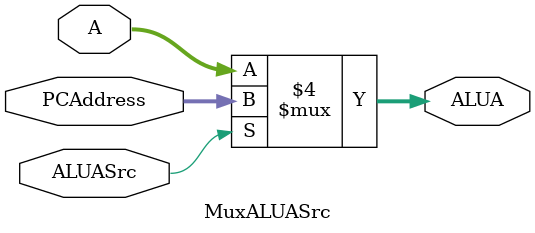
<source format=sv>
module MuxALUASrc(
  input logic ALUASrc,
  input logic [31:0] A,
  input logic [31:0] PCAddress,
  output logic [31:0] ALUA);
  
  always @(*)
    begin
      if (ALUASrc == 0)
        ALUA <= A;
      else
        ALUA <= PCAddress;
    end
endmodule
</source>
